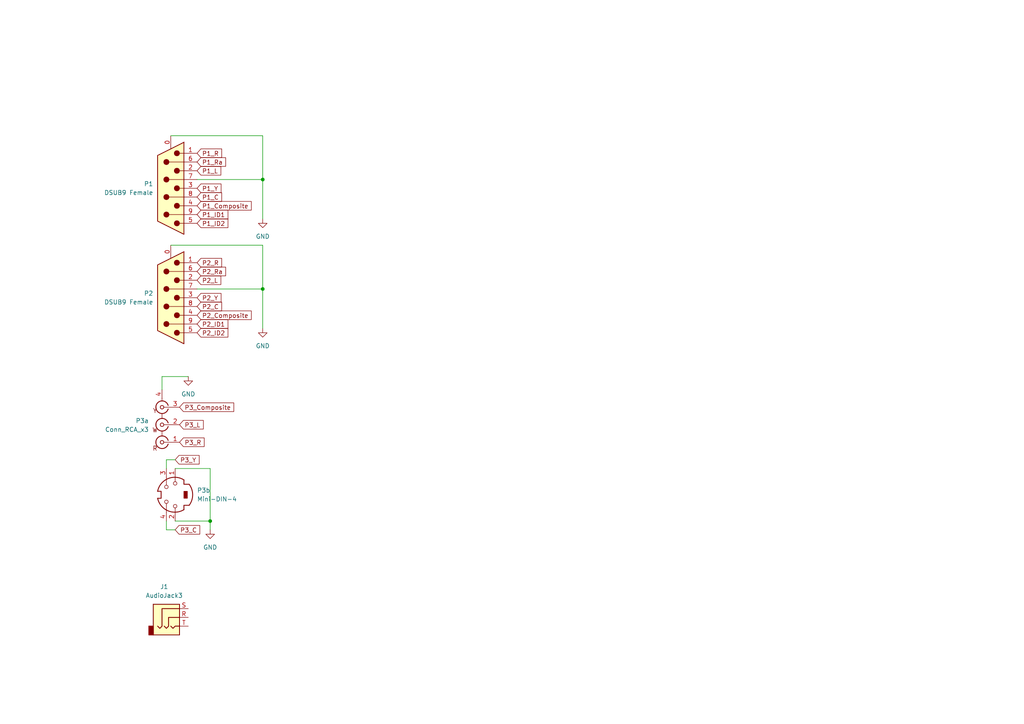
<source format=kicad_sch>
(kicad_sch (version 20250114) (generator "eeschema") (generator_version "9.0")
  (paper "A4")
  (title_block (title "AV switch") (rev "0.1"))
  (lib_symbols
    (symbol "Connector:DE9_Pins_MountingHoles" (pin_names (offset 1.016) (hide yes))
      (property "Reference" "J" (at 0 16.51 0))
      (property "Value" "DE9_Pins_MountingHoles" (at 0 14.605 0))
      (symbol "DE9_Pins_MountingHoles_0_1"
        (polyline (pts (xy -3.81 10.16) (xy -2.54 10.16)))
        (polyline (pts (xy -3.81 7.62) (xy 0.508 7.62)))
        (polyline (pts (xy -3.81 5.08) (xy -2.54 5.08)))
        (polyline (pts (xy -3.81 2.54) (xy 0.508 2.54)))
        (polyline (pts (xy -3.81 0) (xy -2.54 0)))
        (polyline (pts (xy -3.81 -2.54) (xy 0.508 -2.54)))
        (polyline (pts (xy -3.81 -5.08) (xy -2.54 -5.08)))
        (polyline (pts (xy -3.81 -7.62) (xy 0.508 -7.62)))
        (polyline (pts (xy -3.81 -10.16) (xy -2.54 -10.16)))
        (polyline (pts (xy -3.81 -13.335) (xy -3.81 13.335) (xy 3.81 9.525) (xy 3.81 -9.525) (xy -3.81 -13.335)) (stroke (width 0.254)) (fill (type background)))
        (circle (center -1.778 10.16) (radius 0.762) (fill (type outline)))
        (circle (center -1.778 5.08) (radius 0.762) (fill (type outline)))
        (circle (center -1.778 0) (radius 0.762) (fill (type outline)))
        (circle (center -1.778 -5.08) (radius 0.762) (fill (type outline)))
        (circle (center -1.778 -10.16) (radius 0.762) (fill (type outline)))
        (circle (center 1.27 7.62) (radius 0.762) (fill (type outline)))
        (circle (center 1.27 2.54) (radius 0.762) (fill (type outline)))
        (circle (center 1.27 -2.54) (radius 0.762) (fill (type outline)))
        (circle (center 1.27 -7.62) (radius 0.762) (fill (type outline)))
      )
      (symbol "DE9_Pins_MountingHoles_1_1"
        (pin passive line (at -7.62 10.16 0) (length 3.81) (name "5") (number "5"))
        (pin passive line (at -7.62 7.62 0) (length 3.81) (name "9") (number "9"))
        (pin passive line (at -7.62 5.08 0) (length 3.81) (name "4") (number "4"))
        (pin passive line (at -7.62 2.54 0) (length 3.81) (name "8") (number "8"))
        (pin passive line (at -7.62 0 0) (length 3.81) (name "3") (number "3"))
        (pin passive line (at -7.62 -2.54 0) (length 3.81) (name "7") (number "7"))
        (pin passive line (at -7.62 -5.08 0) (length 3.81) (name "2") (number "2"))
        (pin passive line (at -7.62 -7.62 0) (length 3.81) (name "6") (number "6"))
        (pin passive line (at -7.62 -10.16 0) (length 3.81) (name "1") (number "1"))
        (pin passive line (at 0 -15.24 90) (length 3.81) (name "PAD") (number "0"))
      )
    )
    (symbol "Connector:Mini-DIN-4" (pin_names (offset 1.016))
      (property "Reference" "J" (at 0 6.35 0))
      (property "Value" "Mini-DIN-4" (at 0 -6.35 0))
      (symbol "Mini-DIN-4_0_1"
        (polyline (pts (xy -4.318 -2.54) (xy -3.048 -2.54) (xy -3.048 -4.064)) (stroke (width 0.254)))
        (polyline (pts (xy -3.81 0) (xy -5.08 0)))
        (circle (center -3.302 0) (radius 0.508))
        (polyline (pts (xy -2.54 2.54) (xy -5.08 2.54)))
        (circle (center -2.032 2.54) (radius 0.508))
        (polyline (pts (xy -1.016 5.08) (xy -1.016 4.064) (xy 1.016 4.064) (xy 1.016 5.08)) (stroke (width 0.254)))
        (rectangle (start -1.016 -2.54) (end 1.016 -3.556) (fill (type outline)))
        (arc (start 3.048 -4.064) (mid 0 -5.08) (end -3.048 -4.064) (stroke (width 0.254)))
        (arc (start 1.016 5.08) (mid 4.6646 2.1356) (end 4.318 -2.54) (stroke (width 0.254)))
        (arc (start -4.318 -2.54) (mid -4.6241 2.1181) (end -1.016 5.08) (stroke (width 0.254)))
        (circle (center 2.286 2.54) (radius 0.508))
        (polyline (pts (xy 2.794 2.54) (xy 5.08 2.54)))
        (circle (center 3.302 0) (radius 0.508))
        (polyline (pts (xy 4.318 -2.54) (xy 3.048 -2.54) (xy 3.048 -4.064)) (stroke (width 0.254)))
        (polyline (pts (xy 5.08 0) (xy 3.81 0)))
      )
      (symbol "Mini-DIN-4_1_1"
        (pin passive line (at -7.62 2.54 0) (length 2.54) (name "~") (number "4"))
        (pin passive line (at -7.62 0 0) (length 2.54) (name "~") (number "2"))
        (pin passive line (at 7.62 2.54 180) (length 2.54) (name "~") (number "3"))
        (pin passive line (at 7.62 0 180) (length 2.54) (name "~") (number "1"))
      )
    )
    (symbol "Connector_Audio:AudioJack3"
      (property "Reference" "J" (at 0 8.89 0))
      (property "Value" "AudioJack3" (at 0 6.35 0))
      (symbol "AudioJack3_0_1"
        (rectangle (start -5.08 -5.08) (end -6.35 -2.54) (stroke (width 0.254)) (fill (type outline)))
        (polyline (pts (xy -1.905 -2.54) (xy -1.27 -3.175) (xy -0.635 -2.54) (xy -0.635 0) (xy 2.54 0)) (stroke (width 0.254)))
        (polyline (pts (xy 0 -2.54) (xy 0.635 -3.175) (xy 1.27 -2.54) (xy 2.54 -2.54)) (stroke (width 0.254)))
        (rectangle (start 2.54 3.81) (end -5.08 -5.08) (stroke (width 0.254)) (fill (type background)))
        (polyline (pts (xy 2.54 2.54) (xy -2.54 2.54) (xy -2.54 -2.54) (xy -3.175 -3.175) (xy -3.81 -2.54)) (stroke (width 0.254)))
      )
      (symbol "AudioJack3_1_1"
        (pin passive line (at 5.08 2.54 180) (length 2.54) (name "~") (number "S"))
        (pin passive line (at 5.08 0 180) (length 2.54) (name "~") (number "R"))
        (pin passive line (at 5.08 -2.54 180) (length 2.54) (name "~") (number "T"))
      )
    )
    (symbol "Private:Conn_RCA_x3" (pin_names (offset 1.016) (hide yes))
      (property "Reference" "J" (at 0 5.715 0))
      (property "Value" "Conn_RCA_x3" (at 2.921 0 90))
      (symbol "Conn_RCA_x3_0_1"
        (polyline (pts (xy -2.54 7.62) (xy -0.508 7.62)))
        (polyline (pts (xy -2.54 2.54) (xy -0.508 2.54)))
        (polyline (pts (xy -2.54 -2.54) (xy -0.508 -2.54)))
        (arc (start 1.778 7.62) (mid 0.222 5.8121) (end -1.778 7.112) (stroke (width 0.254)))
        (arc (start 1.778 2.54) (mid 0.222 0.7321) (end -1.778 2.032) (stroke (width 0.254)))
        (arc (start 1.778 -2.54) (mid 0.222 -4.3479) (end -1.778 -3.048) (stroke (width 0.254)))
        (arc (start -1.778 8.128) (mid 0.2221 9.4284) (end 1.778 7.62) (stroke (width 0.254)))
        (arc (start -1.778 3.048) (mid 0.2221 4.3484) (end 1.778 2.54) (stroke (width 0.254)))
        (arc (start -1.778 -2.032) (mid 0.2221 -0.7316) (end 1.778 -2.54) (stroke (width 0.254)))
        (circle (center 0 7.62) (radius 0.508) (stroke (width 0.2032)))
        (polyline (pts (xy 0 5.842) (xy 0 4.445)))
        (circle (center 0 2.54) (radius 0.508) (stroke (width 0.2032)))
        (polyline (pts (xy 0 0.762) (xy 0 -0.635)))
        (circle (center 0 -2.54) (radius 0.508) (stroke (width 0.2032)))
        (polyline (pts (xy 0 -5.08) (xy 0 -4.318)))
      )
      (symbol "Conn_RCA_x3_1_1"
        (text "R" (at 2.032 9.398 0) (effects (font (size 1.27 1.27))))
        (text "W" (at 2.032 4.064 0) (effects (font (size 1.27 1.27))))
        (text "Y" (at 2.032 -1.524 0) (effects (font (size 1.27 1.27))))
        (pin passive line (at -5.08 7.62 0) (length 2.54) (name "IN1") (number "1"))
        (pin passive line (at -5.08 2.54 0) (length 2.54) (name "IN1") (number "2"))
        (pin passive line (at -5.08 -2.54 0) (length 2.54) (name "IN2") (number "3"))
        (pin passive line (at 0 -7.62 90) (length 2.54) (name "EXT") (number "4"))
      )
    )
    (symbol "power:GND" (power) (pin_numbers (hide yes)) (pin_names (offset 0) (hide yes))
      (property "Value" "GND" (at 0 -3.81 0))
      (symbol "GND_0_1"
        (polyline (pts (xy 0 0) (xy 0 -1.27) (xy 1.27 -1.27) (xy 0 -2.54) (xy -1.27 -1.27) (xy 0 -1.27)))
      )
      (symbol "GND_1_1"
        (pin power_in line (at 0 0 270) (length 0) (name "~") (number "1"))
      )
    )
  )
  (junction (at 60.96 151.13))
  (junction (at 76.2 52.07))
  (junction (at 76.2 83.82))
  (wire (pts (xy 57.15 83.82) (xy 76.2 83.82)))
  (wire (pts (xy 50.8 153.67) (xy 48.26 153.67)))
  (wire (pts (xy 48.26 133.35) (xy 48.26 135.89)))
  (wire (pts (xy 76.2 52.07) (xy 76.2 63.5)))
  (wire (pts (xy 57.15 52.07) (xy 76.2 52.07)))
  (wire (pts (xy 60.96 151.13) (xy 60.96 135.89)))
  (wire (pts (xy 60.96 135.89) (xy 50.8 135.89)))
  (wire (pts (xy 49.53 39.37) (xy 76.2 39.37)))
  (wire (pts (xy 46.99 109.22) (xy 46.99 113.03)))
  (wire (pts (xy 49.53 71.12) (xy 76.2 71.12)))
  (wire (pts (xy 50.8 151.13) (xy 60.96 151.13)))
  (wire (pts (xy 76.2 39.37) (xy 76.2 52.07)))
  (wire (pts (xy 48.26 153.67) (xy 48.26 151.13)))
  (wire (pts (xy 60.96 151.13) (xy 60.96 153.67)))
  (wire (pts (xy 76.2 83.82) (xy 76.2 95.25)))
  (wire (pts (xy 50.8 133.35) (xy 48.26 133.35)))
  (wire (pts (xy 76.2 71.12) (xy 76.2 83.82)))
  (wire (pts (xy 54.61 109.22) (xy 46.99 109.22)))
  (global_label "P2_Composite" (shape input) (at 57.15 91.44 0) (property "Intersheetrefs" "${INTERSHEET_REFS}" (effects (hide yes))))
  (global_label "P2_Y" (shape input) (at 57.15 86.36 0) (property "Intersheetrefs" "${INTERSHEET_REFS}" (effects (hide yes))))
  (global_label "P2_Ra" (shape input) (at 57.15 78.74 0) (property "Intersheetrefs" "${INTERSHEET_REFS}" (effects (hide yes))))
  (global_label "P3_Y" (shape input) (at 50.8 133.35 0) (property "Intersheetrefs" "${INTERSHEET_REFS}" (effects (hide yes))))
  (global_label "P3_Composite" (shape input) (at 52.07 118.11 0) (property "Intersheetrefs" "${INTERSHEET_REFS}" (effects (hide yes))))
  (global_label "P2_ID2" (shape input) (at 57.15 96.52 0) (property "Intersheetrefs" "${INTERSHEET_REFS}" (effects (hide yes))))
  (global_label "P1_Composite" (shape input) (at 57.15 59.69 0) (property "Intersheetrefs" "${INTERSHEET_REFS}" (effects (hide yes))))
  (global_label "P2_C" (shape input) (at 57.15 88.9 0) (property "Intersheetrefs" "${INTERSHEET_REFS}" (effects (hide yes))))
  (global_label "P3_L" (shape input) (at 52.07 123.19 0) (property "Intersheetrefs" "${INTERSHEET_REFS}" (effects (hide yes))))
  (global_label "P1_ID2" (shape input) (at 57.15 64.77 0) (property "Intersheetrefs" "${INTERSHEET_REFS}" (effects (hide yes))))
  (global_label "P1_ID1" (shape input) (at 57.15 62.23 0) (property "Intersheetrefs" "${INTERSHEET_REFS}" (effects (hide yes))))
  (global_label "P1_Ra" (shape input) (at 57.15 46.99 0) (property "Intersheetrefs" "${INTERSHEET_REFS}" (effects (hide yes))))
  (global_label "P1_R" (shape input) (at 57.15 44.45 0) (property "Intersheetrefs" "${INTERSHEET_REFS}" (effects (hide yes))))
  (global_label "P2_R" (shape input) (at 57.15 76.2 0) (property "Intersheetrefs" "${INTERSHEET_REFS}" (effects (hide yes))))
  (global_label "P3_R" (shape input) (at 52.07 128.27 0) (property "Intersheetrefs" "${INTERSHEET_REFS}" (effects (hide yes))))
  (global_label "P2_L" (shape input) (at 57.15 81.28 0) (property "Intersheetrefs" "${INTERSHEET_REFS}" (effects (hide yes))))
  (global_label "P2_ID1" (shape input) (at 57.15 93.98 0) (property "Intersheetrefs" "${INTERSHEET_REFS}" (effects (hide yes))))
  (global_label "P1_C" (shape input) (at 57.15 57.15 0) (property "Intersheetrefs" "${INTERSHEET_REFS}" (effects (hide yes))))
  (global_label "P1_Y" (shape input) (at 57.15 54.61 0) (property "Intersheetrefs" "${INTERSHEET_REFS}" (effects (hide yes))))
  (global_label "P1_L" (shape input) (at 57.15 49.53 0) (property "Intersheetrefs" "${INTERSHEET_REFS}" (effects (hide yes))))
  (global_label "P3_C" (shape input) (at 50.8 153.67 0) (property "Intersheetrefs" "${INTERSHEET_REFS}" (effects (hide yes))))
  (symbol (lib_id "Connector:Mini-DIN-4") (at 50.8 143.51 90) (unit 1)
    (property "Reference" "P3b" (at 57.15 142.2221 90) (effects (justify right)))
    (property "Value" "Mini-DIN-4" (at 57.15 144.7621 90) (effects (justify right)))
    (property "Datasheet" "http://service.powerdynamics.com/ec/Catalog17/Section%2011.pdf" (effects (hide yes)))
    (property "Description" "4-pin Mini-DIN connector" (effects (hide yes)))
  )
  (symbol (lib_id "Connector:DE9_Pins_MountingHoles") (at 49.53 86.36 180) (unit 1)
    (property "Reference" "P2" (at 44.45 85.0899 0) (effects (justify left)))
    (property "Value" "DSUB9 Female" (at 44.45 87.6299 0) (effects (justify left)))
    (property "Footprint" "Connector_Dsub:DSUB-9_Socket_Vertical_P2.77x2.84mm_MountingHoles" (effects (hide yes)))
    (property "Description" "9-pin D-SUB connector, pins (male), Mounting Hole" (effects (hide yes)))
  )
  (symbol (lib_id "Connector:DE9_Pins_MountingHoles") (at 49.53 54.61 180) (unit 1)
    (property "Reference" "P1" (at 44.45 53.3399 0) (effects (justify left)))
    (property "Value" "DSUB9 Female" (at 44.45 55.8799 0) (effects (justify left)))
    (property "Footprint" "Connector_Dsub:DSUB-9_Socket_Vertical_P2.77x2.84mm_MountingHoles" (effects (hide yes)))
    (property "Description" "9-pin D-SUB connector, pins (male), Mounting Hole" (effects (hide yes)))
  )
  (symbol (lib_id "power:GND") (at 76.2 95.25 0) (unit 1)
    (property "Reference" "#PWR02" (effects (hide yes)))
    (property "Value" "GND" (at 76.2 100.33 0))
    (property "Description" "Power symbol creates a global label with name \"GND\" , ground" (effects (hide yes)))
  )
  (symbol (lib_id "Connector_Audio:AudioJack3") (at 49.53 179.07 0) (unit 1)
    (property "Reference" "J1" (at 47.625 170.18 0))
    (property "Value" "AudioJack3" (at 47.625 172.72 0))
    (property "Footprint" "Connector_Audio:Jack_3.5mm_CUI_SJ1-3523N_Horizontal" (effects (hide yes)))
    (property "Description" "Audio Jack, 3 Poles (Stereo / TRS)" (effects (hide yes)))
  )
  (symbol (lib_id "Private:Conn_RCA_x3") (at 46.99 120.65 180) (unit 1)
    (property "Reference" "P3a" (at 43.18 122.0497 0) (effects (justify left)))
    (property "Value" "Conn_RCA_x3" (at 43.18 124.5897 0) (effects (justify left)))
    (property "Footprint" "Private:AV3-8.4-14A" (effects (hide yes)))
    (property "Description" "double coaxial connector (BNC, SMA, SMB, SMC, Cinch/RCA, LEMO, ...)" (effects (hide yes)))
  )
  (symbol (lib_id "power:GND") (at 60.96 153.67 0) (unit 1)
    (property "Reference" "#PWR04" (effects (hide yes)))
    (property "Value" "GND" (at 60.96 158.75 0))
    (property "Description" "Power symbol creates a global label with name \"GND\" , ground" (effects (hide yes)))
  )
  (symbol (lib_id "power:GND") (at 54.61 109.22 0) (unit 1)
    (property "Reference" "#PWR03" (effects (hide yes)))
    (property "Value" "GND" (at 54.61 114.3 0))
    (property "Description" "Power symbol creates a global label with name \"GND\" , ground" (effects (hide yes)))
  )
  (symbol (lib_id "power:GND") (at 76.2 63.5 0) (unit 1)
    (property "Reference" "#PWR01" (effects (hide yes)))
    (property "Value" "GND" (at 76.2 68.58 0))
    (property "Description" "Power symbol creates a global label with name \"GND\" , ground" (effects (hide yes)))
  )
)
</source>
